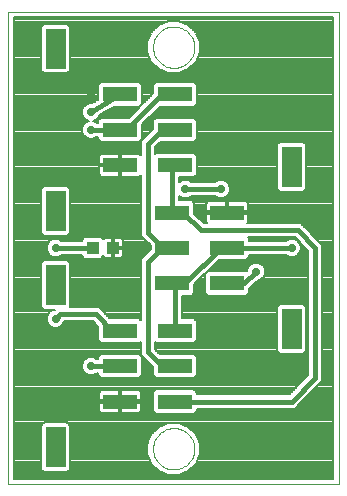
<source format=gtl>
G75*
G70*
%OFA0B0*%
%FSLAX24Y24*%
%IPPOS*%
%LPD*%
%AMOC8*
5,1,8,0,0,1.08239X$1,22.5*
%
%ADD10C,0.0000*%
%ADD11R,0.1150X0.0500*%
%ADD12R,0.0650X0.1350*%
%ADD13R,0.0433X0.0394*%
%ADD14C,0.0290*%
%ADD15C,0.0160*%
%ADD16C,0.0070*%
D10*
X022002Y000141D02*
X022002Y015889D01*
X033026Y015889D01*
X033026Y000141D01*
X022002Y000141D01*
X026825Y001322D02*
X026827Y001374D01*
X026833Y001426D01*
X026843Y001477D01*
X026856Y001527D01*
X026874Y001577D01*
X026895Y001624D01*
X026919Y001670D01*
X026948Y001714D01*
X026979Y001756D01*
X027013Y001795D01*
X027050Y001832D01*
X027090Y001865D01*
X027133Y001896D01*
X027177Y001923D01*
X027223Y001947D01*
X027272Y001967D01*
X027321Y001983D01*
X027372Y001996D01*
X027423Y002005D01*
X027475Y002010D01*
X027527Y002011D01*
X027579Y002008D01*
X027631Y002001D01*
X027682Y001990D01*
X027732Y001976D01*
X027781Y001957D01*
X027828Y001935D01*
X027873Y001910D01*
X027917Y001881D01*
X027958Y001849D01*
X027997Y001814D01*
X028032Y001776D01*
X028065Y001735D01*
X028095Y001693D01*
X028121Y001648D01*
X028144Y001601D01*
X028163Y001552D01*
X028179Y001502D01*
X028191Y001452D01*
X028199Y001400D01*
X028203Y001348D01*
X028203Y001296D01*
X028199Y001244D01*
X028191Y001192D01*
X028179Y001142D01*
X028163Y001092D01*
X028144Y001043D01*
X028121Y000996D01*
X028095Y000951D01*
X028065Y000909D01*
X028032Y000868D01*
X027997Y000830D01*
X027958Y000795D01*
X027917Y000763D01*
X027873Y000734D01*
X027828Y000709D01*
X027781Y000687D01*
X027732Y000668D01*
X027682Y000654D01*
X027631Y000643D01*
X027579Y000636D01*
X027527Y000633D01*
X027475Y000634D01*
X027423Y000639D01*
X027372Y000648D01*
X027321Y000661D01*
X027272Y000677D01*
X027223Y000697D01*
X027177Y000721D01*
X027133Y000748D01*
X027090Y000779D01*
X027050Y000812D01*
X027013Y000849D01*
X026979Y000888D01*
X026948Y000930D01*
X026919Y000974D01*
X026895Y001020D01*
X026874Y001067D01*
X026856Y001117D01*
X026843Y001167D01*
X026833Y001218D01*
X026827Y001270D01*
X026825Y001322D01*
X026825Y014708D02*
X026827Y014760D01*
X026833Y014812D01*
X026843Y014863D01*
X026856Y014913D01*
X026874Y014963D01*
X026895Y015010D01*
X026919Y015056D01*
X026948Y015100D01*
X026979Y015142D01*
X027013Y015181D01*
X027050Y015218D01*
X027090Y015251D01*
X027133Y015282D01*
X027177Y015309D01*
X027223Y015333D01*
X027272Y015353D01*
X027321Y015369D01*
X027372Y015382D01*
X027423Y015391D01*
X027475Y015396D01*
X027527Y015397D01*
X027579Y015394D01*
X027631Y015387D01*
X027682Y015376D01*
X027732Y015362D01*
X027781Y015343D01*
X027828Y015321D01*
X027873Y015296D01*
X027917Y015267D01*
X027958Y015235D01*
X027997Y015200D01*
X028032Y015162D01*
X028065Y015121D01*
X028095Y015079D01*
X028121Y015034D01*
X028144Y014987D01*
X028163Y014938D01*
X028179Y014888D01*
X028191Y014838D01*
X028199Y014786D01*
X028203Y014734D01*
X028203Y014682D01*
X028199Y014630D01*
X028191Y014578D01*
X028179Y014528D01*
X028163Y014478D01*
X028144Y014429D01*
X028121Y014382D01*
X028095Y014337D01*
X028065Y014295D01*
X028032Y014254D01*
X027997Y014216D01*
X027958Y014181D01*
X027917Y014149D01*
X027873Y014120D01*
X027828Y014095D01*
X027781Y014073D01*
X027732Y014054D01*
X027682Y014040D01*
X027631Y014029D01*
X027579Y014022D01*
X027527Y014019D01*
X027475Y014020D01*
X027423Y014025D01*
X027372Y014034D01*
X027321Y014047D01*
X027272Y014063D01*
X027223Y014083D01*
X027177Y014107D01*
X027133Y014134D01*
X027090Y014165D01*
X027050Y014198D01*
X027013Y014235D01*
X026979Y014274D01*
X026948Y014316D01*
X026919Y014360D01*
X026895Y014406D01*
X026874Y014453D01*
X026856Y014503D01*
X026843Y014553D01*
X026833Y014604D01*
X026827Y014656D01*
X026825Y014708D01*
D11*
X027553Y013133D03*
X025730Y013133D03*
X025730Y011952D03*
X027553Y011952D03*
X027553Y010771D03*
X025730Y010771D03*
X027474Y009196D03*
X029297Y009196D03*
X029297Y008015D03*
X027474Y008015D03*
X027474Y006834D03*
X029297Y006834D03*
X027553Y005259D03*
X025730Y005259D03*
X025730Y004078D03*
X027553Y004078D03*
X027553Y002897D03*
X025730Y002897D03*
D12*
X023577Y001368D03*
X031451Y005305D03*
X023577Y006788D03*
X023577Y009242D03*
X031451Y010725D03*
X023577Y014662D03*
D13*
X024817Y008015D03*
X025486Y008015D03*
D14*
X023577Y008015D03*
X027907Y009984D03*
X029089Y009984D03*
X031451Y008015D03*
X030270Y007228D03*
X028695Y006047D03*
X024758Y005259D03*
X023577Y005653D03*
X024758Y004078D03*
X024758Y011952D03*
X024758Y012543D03*
X024758Y013133D03*
D15*
X024758Y012543D02*
X025730Y013133D01*
X025939Y011952D02*
X027120Y013133D01*
X027553Y013133D01*
X027553Y011952D02*
X027120Y011952D01*
X026648Y011480D01*
X026648Y008527D01*
X027159Y008015D01*
X027474Y008015D01*
X027120Y008015D01*
X026648Y007543D01*
X026648Y004551D01*
X027120Y004078D01*
X027553Y004078D01*
X025730Y004078D02*
X024758Y004078D01*
X025466Y005259D02*
X024915Y005810D01*
X023734Y005810D01*
X023577Y005653D01*
X025466Y005259D02*
X025730Y005259D01*
X027553Y005259D02*
X027553Y006755D01*
X027474Y006834D01*
X027907Y006834D01*
X029089Y008015D01*
X029297Y008015D01*
X031451Y008015D01*
X031648Y008606D02*
X032238Y008015D01*
X032238Y003684D01*
X031451Y002897D01*
X027553Y002897D01*
X028695Y006047D02*
X029089Y006047D01*
X029297Y006834D02*
X029876Y006834D01*
X030270Y007228D01*
X031648Y008606D02*
X028419Y008606D01*
X027829Y009196D01*
X027474Y009196D01*
X027474Y010692D01*
X027553Y010771D01*
X027907Y009984D02*
X029089Y009984D01*
X025939Y011952D02*
X025730Y011952D01*
X024758Y011952D01*
X024817Y008015D02*
X023577Y008015D01*
D16*
X023277Y008024D02*
X022187Y008024D01*
X022187Y008092D02*
X023284Y008092D01*
X023277Y008075D02*
X023277Y007955D01*
X022187Y007955D01*
X022187Y007886D02*
X023305Y007886D01*
X023322Y007845D02*
X023277Y007955D01*
X023322Y007845D02*
X023407Y007761D01*
X023517Y007715D01*
X023636Y007715D01*
X023747Y007761D01*
X023766Y007780D01*
X024445Y007780D01*
X024445Y007754D01*
X024536Y007663D01*
X025098Y007663D01*
X025166Y007731D01*
X025187Y007710D01*
X025217Y007692D01*
X025252Y007683D01*
X025451Y007683D01*
X025451Y007980D01*
X025521Y007980D01*
X025521Y007683D01*
X025720Y007683D01*
X025755Y007692D01*
X025786Y007710D01*
X025811Y007735D01*
X025828Y007766D01*
X025838Y007800D01*
X025838Y007980D01*
X025521Y007980D01*
X025521Y008050D01*
X025451Y008050D01*
X025451Y008347D01*
X025252Y008347D01*
X025217Y008338D01*
X025187Y008320D01*
X025166Y008299D01*
X025098Y008367D01*
X024536Y008367D01*
X024445Y008276D01*
X024445Y008250D01*
X023766Y008250D01*
X023747Y008269D01*
X023636Y008315D01*
X023517Y008315D01*
X023407Y008269D01*
X023322Y008185D01*
X023277Y008075D01*
X023312Y008161D02*
X022187Y008161D01*
X022187Y008229D02*
X023367Y008229D01*
X023475Y008298D02*
X022187Y008298D01*
X022187Y008366D02*
X024535Y008366D01*
X024467Y008298D02*
X023678Y008298D01*
X023966Y008412D02*
X023187Y008412D01*
X023097Y008503D01*
X023097Y009981D01*
X023187Y010072D01*
X023966Y010072D01*
X024057Y009981D01*
X024057Y008503D01*
X023966Y008412D01*
X023989Y008435D02*
X026413Y008435D01*
X026413Y008430D02*
X026550Y008292D01*
X026744Y008098D01*
X026744Y007972D01*
X026550Y007778D01*
X026413Y007640D01*
X026413Y005621D01*
X026369Y005664D01*
X025394Y005664D01*
X025150Y005908D01*
X025013Y006045D01*
X024053Y006045D01*
X024057Y006049D01*
X024057Y007527D01*
X023966Y007618D01*
X023187Y007618D01*
X023097Y007527D01*
X023097Y006049D01*
X023187Y005958D01*
X023550Y005958D01*
X023544Y005953D01*
X023517Y005953D01*
X023407Y005907D01*
X023322Y005823D01*
X023277Y005713D01*
X023277Y005593D01*
X023322Y005483D01*
X023407Y005399D01*
X023517Y005353D01*
X023636Y005353D01*
X023747Y005399D01*
X023831Y005483D01*
X023869Y005575D01*
X024818Y005575D01*
X025000Y005393D01*
X025000Y004945D01*
X025091Y004854D01*
X026369Y004854D01*
X026413Y004897D01*
X026413Y004648D01*
X026413Y004453D01*
X026823Y004043D01*
X026823Y003764D01*
X026914Y003673D01*
X028192Y003673D01*
X028283Y003764D01*
X028283Y004392D01*
X028192Y004483D01*
X027047Y004483D01*
X026883Y004648D01*
X026883Y004886D01*
X026914Y004854D01*
X028192Y004854D01*
X028283Y004945D01*
X028283Y005573D01*
X028192Y005664D01*
X027788Y005664D01*
X027788Y006429D01*
X028114Y006429D01*
X028204Y006520D01*
X028204Y006799D01*
X029016Y007610D01*
X029936Y007610D01*
X030027Y007701D01*
X030027Y007780D01*
X031261Y007780D01*
X031281Y007761D01*
X031391Y007715D01*
X031510Y007715D01*
X031621Y007761D01*
X031705Y007845D01*
X031751Y007955D01*
X031966Y007955D01*
X032003Y007918D02*
X032003Y003782D01*
X031353Y003132D01*
X028283Y003132D01*
X028283Y003211D01*
X028192Y003302D01*
X026914Y003302D01*
X026823Y003211D01*
X026823Y002583D01*
X026914Y002492D01*
X028192Y002492D01*
X028283Y002583D01*
X028283Y002662D01*
X031548Y002662D01*
X031686Y002800D01*
X032473Y003587D01*
X032473Y003782D01*
X032473Y008112D01*
X032335Y008250D01*
X031745Y008841D01*
X031550Y008841D01*
X029957Y008841D01*
X029980Y008863D01*
X029998Y008894D01*
X030007Y008928D01*
X030007Y009161D01*
X029332Y009161D01*
X029332Y009231D01*
X030007Y009231D01*
X030007Y009464D01*
X029998Y009498D01*
X029980Y009529D01*
X029955Y009554D01*
X029924Y009572D01*
X029890Y009581D01*
X029332Y009581D01*
X029332Y009231D01*
X029262Y009231D01*
X029262Y009161D01*
X028587Y009161D01*
X028587Y008928D01*
X028596Y008894D01*
X028614Y008863D01*
X028637Y008841D01*
X028517Y008841D01*
X028204Y009153D01*
X028204Y009510D01*
X028114Y009601D01*
X027709Y009601D01*
X027709Y009757D01*
X027737Y009729D01*
X027848Y009684D01*
X027967Y009684D01*
X028077Y009729D01*
X028097Y009749D01*
X028899Y009749D01*
X028919Y009729D01*
X029029Y009684D01*
X029148Y009684D01*
X029258Y009729D01*
X029343Y009814D01*
X029388Y009924D01*
X029388Y010043D01*
X029343Y010154D01*
X029258Y010238D01*
X029148Y010284D01*
X029029Y010284D01*
X028919Y010238D01*
X028899Y010219D01*
X028097Y010219D01*
X028077Y010238D01*
X027967Y010284D01*
X027848Y010284D01*
X027737Y010238D01*
X027709Y010210D01*
X027709Y010366D01*
X028192Y010366D01*
X028283Y010457D01*
X028283Y011085D01*
X028192Y011176D01*
X026914Y011176D01*
X026883Y011145D01*
X026883Y011382D01*
X030971Y011382D01*
X030971Y011314D02*
X026883Y011314D01*
X026883Y011382D02*
X027047Y011547D01*
X028192Y011547D01*
X028283Y011638D01*
X028283Y012266D01*
X028192Y012357D01*
X026914Y012357D01*
X026823Y012266D01*
X026823Y011987D01*
X026413Y011577D01*
X026413Y011382D01*
X022187Y011382D01*
X022187Y011314D02*
X026413Y011314D01*
X026413Y011382D02*
X026413Y011105D01*
X026388Y011129D01*
X026357Y011147D01*
X026323Y011156D01*
X025765Y011156D01*
X025765Y010806D01*
X025695Y010806D01*
X025695Y010736D01*
X025020Y010736D01*
X025020Y010503D01*
X025029Y010469D01*
X025047Y010438D01*
X025072Y010413D01*
X025103Y010395D01*
X025137Y010386D01*
X025695Y010386D01*
X025695Y010736D01*
X025765Y010736D01*
X025765Y010386D01*
X026323Y010386D01*
X026357Y010395D01*
X026388Y010413D01*
X026413Y010437D01*
X026413Y008430D01*
X026413Y008503D02*
X024057Y008503D01*
X024057Y008572D02*
X026413Y008572D01*
X026413Y008640D02*
X024057Y008640D01*
X024057Y008709D02*
X026413Y008709D01*
X026413Y008778D02*
X024057Y008778D01*
X024057Y008846D02*
X026413Y008846D01*
X026413Y008915D02*
X024057Y008915D01*
X024057Y008983D02*
X026413Y008983D01*
X026413Y009052D02*
X024057Y009052D01*
X024057Y009120D02*
X026413Y009120D01*
X026413Y009189D02*
X024057Y009189D01*
X024057Y009257D02*
X026413Y009257D01*
X026413Y009326D02*
X024057Y009326D01*
X024057Y009394D02*
X026413Y009394D01*
X026413Y009463D02*
X024057Y009463D01*
X024057Y009532D02*
X026413Y009532D01*
X026413Y009600D02*
X024057Y009600D01*
X024057Y009669D02*
X026413Y009669D01*
X026413Y009737D02*
X024057Y009737D01*
X024057Y009806D02*
X026413Y009806D01*
X026413Y009874D02*
X024057Y009874D01*
X024057Y009943D02*
X026413Y009943D01*
X026413Y010011D02*
X024027Y010011D01*
X023127Y010011D02*
X022187Y010011D01*
X022187Y009943D02*
X023097Y009943D01*
X023097Y009874D02*
X022187Y009874D01*
X022187Y009806D02*
X023097Y009806D01*
X023097Y009737D02*
X022187Y009737D01*
X022187Y009669D02*
X023097Y009669D01*
X023097Y009600D02*
X022187Y009600D01*
X022187Y009532D02*
X023097Y009532D01*
X023097Y009463D02*
X022187Y009463D01*
X022187Y009394D02*
X023097Y009394D01*
X023097Y009326D02*
X022187Y009326D01*
X022187Y009257D02*
X023097Y009257D01*
X023097Y009189D02*
X022187Y009189D01*
X022187Y009120D02*
X023097Y009120D01*
X023097Y009052D02*
X022187Y009052D01*
X022187Y008983D02*
X023097Y008983D01*
X023097Y008915D02*
X022187Y008915D01*
X022187Y008846D02*
X023097Y008846D01*
X023097Y008778D02*
X022187Y008778D01*
X022187Y008709D02*
X023097Y008709D01*
X023097Y008640D02*
X022187Y008640D01*
X022187Y008572D02*
X023097Y008572D01*
X023097Y008503D02*
X022187Y008503D01*
X022187Y008435D02*
X023165Y008435D01*
X023350Y007818D02*
X022187Y007818D01*
X022187Y007749D02*
X023434Y007749D01*
X023719Y007749D02*
X024450Y007749D01*
X024519Y007681D02*
X022187Y007681D01*
X022187Y007612D02*
X023182Y007612D01*
X023113Y007544D02*
X022187Y007544D01*
X022187Y007475D02*
X023097Y007475D01*
X023097Y007407D02*
X022187Y007407D01*
X022187Y007338D02*
X023097Y007338D01*
X023097Y007270D02*
X022187Y007270D01*
X022187Y007201D02*
X023097Y007201D01*
X023097Y007133D02*
X022187Y007133D01*
X022187Y007064D02*
X023097Y007064D01*
X023097Y006995D02*
X022187Y006995D01*
X022187Y006927D02*
X023097Y006927D01*
X023097Y006858D02*
X022187Y006858D01*
X022187Y006790D02*
X023097Y006790D01*
X023097Y006721D02*
X022187Y006721D01*
X022187Y006653D02*
X023097Y006653D01*
X023097Y006584D02*
X022187Y006584D01*
X022187Y006516D02*
X023097Y006516D01*
X023097Y006447D02*
X022187Y006447D01*
X022187Y006379D02*
X023097Y006379D01*
X023097Y006310D02*
X022187Y006310D01*
X022187Y006241D02*
X023097Y006241D01*
X023097Y006173D02*
X022187Y006173D01*
X022187Y006104D02*
X023097Y006104D01*
X023110Y006036D02*
X022187Y006036D01*
X022187Y005967D02*
X023178Y005967D01*
X023330Y005830D02*
X022187Y005830D01*
X022187Y005762D02*
X023297Y005762D01*
X023277Y005693D02*
X022187Y005693D01*
X022187Y005625D02*
X023277Y005625D01*
X023292Y005556D02*
X022187Y005556D01*
X022187Y005487D02*
X023320Y005487D01*
X023386Y005419D02*
X022187Y005419D01*
X022187Y005350D02*
X025000Y005350D01*
X025000Y005282D02*
X022187Y005282D01*
X022187Y005213D02*
X025000Y005213D01*
X025000Y005145D02*
X022187Y005145D01*
X022187Y005076D02*
X025000Y005076D01*
X025000Y005008D02*
X022187Y005008D01*
X022187Y004939D02*
X025006Y004939D01*
X025075Y004871D02*
X022187Y004871D01*
X022187Y004802D02*
X026413Y004802D01*
X026413Y004734D02*
X022187Y004734D01*
X022187Y004665D02*
X026413Y004665D01*
X026413Y004596D02*
X022187Y004596D01*
X022187Y004528D02*
X026413Y004528D01*
X026369Y004483D02*
X025091Y004483D01*
X025000Y004392D01*
X025000Y004313D01*
X024947Y004313D01*
X024928Y004332D01*
X024817Y004378D01*
X024698Y004378D01*
X024588Y004332D01*
X024503Y004248D01*
X024458Y004138D01*
X024458Y004018D01*
X024503Y003908D01*
X024588Y003824D01*
X024698Y003778D01*
X024817Y003778D01*
X024928Y003824D01*
X024947Y003843D01*
X025000Y003843D01*
X025000Y003764D01*
X025091Y003673D01*
X026369Y003673D01*
X026460Y003764D01*
X026460Y004392D01*
X026369Y004483D01*
X026393Y004459D02*
X026413Y004459D01*
X026460Y004391D02*
X026475Y004391D01*
X026460Y004322D02*
X026544Y004322D01*
X026612Y004254D02*
X026460Y004254D01*
X026460Y004185D02*
X026681Y004185D01*
X026749Y004117D02*
X026460Y004117D01*
X026460Y004048D02*
X026818Y004048D01*
X026823Y003980D02*
X026460Y003980D01*
X026460Y003911D02*
X026823Y003911D01*
X026823Y003842D02*
X026460Y003842D01*
X026460Y003774D02*
X026823Y003774D01*
X026882Y003705D02*
X026402Y003705D01*
X026323Y003282D02*
X025765Y003282D01*
X025765Y002932D01*
X025695Y002932D01*
X025695Y002862D01*
X025020Y002862D01*
X025020Y002629D01*
X025029Y002595D01*
X025047Y002564D01*
X025072Y002539D01*
X025103Y002521D01*
X025137Y002512D01*
X025695Y002512D01*
X025695Y002862D01*
X025765Y002862D01*
X025765Y002512D01*
X026323Y002512D01*
X026357Y002521D01*
X026388Y002539D01*
X026413Y002564D01*
X026431Y002595D01*
X026440Y002629D01*
X026440Y002862D01*
X025765Y002862D01*
X025765Y002932D01*
X026440Y002932D01*
X026440Y003165D01*
X026431Y003199D01*
X026413Y003230D01*
X026388Y003255D01*
X026357Y003273D01*
X026323Y003282D01*
X026416Y003226D02*
X026837Y003226D01*
X026823Y003157D02*
X026440Y003157D01*
X026440Y003088D02*
X026823Y003088D01*
X026823Y003020D02*
X026440Y003020D01*
X026440Y002951D02*
X026823Y002951D01*
X026823Y002883D02*
X025765Y002883D01*
X025765Y002951D02*
X025695Y002951D01*
X025695Y002932D02*
X025695Y003282D01*
X025137Y003282D01*
X025103Y003273D01*
X025072Y003255D01*
X025047Y003230D01*
X025029Y003199D01*
X025020Y003165D01*
X025020Y002932D01*
X025695Y002932D01*
X025695Y002883D02*
X022187Y002883D01*
X022187Y002951D02*
X025020Y002951D01*
X025020Y003020D02*
X022187Y003020D01*
X022187Y003088D02*
X025020Y003088D01*
X025020Y003157D02*
X022187Y003157D01*
X022187Y003226D02*
X025045Y003226D01*
X025695Y003226D02*
X025765Y003226D01*
X025765Y003157D02*
X025695Y003157D01*
X025695Y003088D02*
X025765Y003088D01*
X025765Y003020D02*
X025695Y003020D01*
X025695Y002814D02*
X025765Y002814D01*
X025765Y002746D02*
X025695Y002746D01*
X025695Y002677D02*
X025765Y002677D01*
X025765Y002609D02*
X025695Y002609D01*
X025695Y002540D02*
X025765Y002540D01*
X026389Y002540D02*
X026866Y002540D01*
X026823Y002609D02*
X026435Y002609D01*
X026440Y002677D02*
X026823Y002677D01*
X026823Y002746D02*
X026440Y002746D01*
X026440Y002814D02*
X026823Y002814D01*
X026906Y003294D02*
X022187Y003294D01*
X022187Y003363D02*
X031584Y003363D01*
X031653Y003431D02*
X022187Y003431D01*
X022187Y003500D02*
X031721Y003500D01*
X031790Y003568D02*
X022187Y003568D01*
X022187Y003637D02*
X031858Y003637D01*
X031927Y003705D02*
X028224Y003705D01*
X028283Y003774D02*
X031995Y003774D01*
X032003Y003842D02*
X028283Y003842D01*
X028283Y003911D02*
X032003Y003911D01*
X032003Y003980D02*
X028283Y003980D01*
X028283Y004048D02*
X032003Y004048D01*
X032003Y004117D02*
X028283Y004117D01*
X028283Y004185D02*
X032003Y004185D01*
X032003Y004254D02*
X028283Y004254D01*
X028283Y004322D02*
X032003Y004322D01*
X032003Y004391D02*
X028283Y004391D01*
X028216Y004459D02*
X032003Y004459D01*
X032003Y004528D02*
X031893Y004528D01*
X031931Y004566D02*
X031931Y006044D01*
X031840Y006135D01*
X031061Y006135D01*
X030971Y006044D01*
X030971Y004566D01*
X031061Y004475D01*
X031840Y004475D01*
X031931Y004566D01*
X031931Y004596D02*
X032003Y004596D01*
X032003Y004665D02*
X031931Y004665D01*
X031931Y004734D02*
X032003Y004734D01*
X032003Y004802D02*
X031931Y004802D01*
X031931Y004871D02*
X032003Y004871D01*
X032003Y004939D02*
X031931Y004939D01*
X031931Y005008D02*
X032003Y005008D01*
X032003Y005076D02*
X031931Y005076D01*
X031931Y005145D02*
X032003Y005145D01*
X032003Y005213D02*
X031931Y005213D01*
X031931Y005282D02*
X032003Y005282D01*
X032003Y005350D02*
X031931Y005350D01*
X031931Y005419D02*
X032003Y005419D01*
X032003Y005487D02*
X031931Y005487D01*
X031931Y005556D02*
X032003Y005556D01*
X032003Y005625D02*
X031931Y005625D01*
X031931Y005693D02*
X032003Y005693D01*
X032003Y005762D02*
X031931Y005762D01*
X031931Y005830D02*
X032003Y005830D01*
X032003Y005899D02*
X031931Y005899D01*
X031931Y005967D02*
X032003Y005967D01*
X032003Y006036D02*
X031931Y006036D01*
X031871Y006104D02*
X032003Y006104D01*
X032003Y006173D02*
X027788Y006173D01*
X027788Y006241D02*
X032003Y006241D01*
X032003Y006310D02*
X027788Y006310D01*
X027788Y006379D02*
X032003Y006379D01*
X032003Y006447D02*
X029954Y006447D01*
X029936Y006429D02*
X030027Y006520D01*
X030027Y006653D01*
X030302Y006928D01*
X030329Y006928D01*
X030440Y006973D01*
X030524Y007058D01*
X030570Y007168D01*
X030570Y007287D01*
X030524Y007398D01*
X030440Y007482D01*
X030329Y007528D01*
X030210Y007528D01*
X030100Y007482D01*
X030015Y007398D01*
X029970Y007287D01*
X029970Y007260D01*
X029942Y007233D01*
X029936Y007239D01*
X028658Y007239D01*
X028567Y007148D01*
X028567Y006520D01*
X028658Y006429D01*
X029936Y006429D01*
X030023Y006516D02*
X032003Y006516D01*
X032003Y006584D02*
X030027Y006584D01*
X030027Y006653D02*
X032003Y006653D01*
X032003Y006721D02*
X030095Y006721D01*
X030164Y006790D02*
X032003Y006790D01*
X032003Y006858D02*
X030233Y006858D01*
X030301Y006927D02*
X032003Y006927D01*
X032003Y006995D02*
X030462Y006995D01*
X030526Y007064D02*
X032003Y007064D01*
X032003Y007133D02*
X030555Y007133D01*
X030570Y007201D02*
X032003Y007201D01*
X032003Y007270D02*
X030570Y007270D01*
X030549Y007338D02*
X032003Y007338D01*
X032003Y007407D02*
X030515Y007407D01*
X030446Y007475D02*
X032003Y007475D01*
X032003Y007544D02*
X028949Y007544D01*
X028881Y007475D02*
X030093Y007475D01*
X030024Y007407D02*
X028812Y007407D01*
X028744Y007338D02*
X029991Y007338D01*
X029970Y007270D02*
X028675Y007270D01*
X028620Y007201D02*
X028607Y007201D01*
X028567Y007133D02*
X028538Y007133D01*
X028567Y007064D02*
X028470Y007064D01*
X028401Y006995D02*
X028567Y006995D01*
X028567Y006927D02*
X028333Y006927D01*
X028264Y006858D02*
X028567Y006858D01*
X028567Y006790D02*
X028204Y006790D01*
X028204Y006721D02*
X028567Y006721D01*
X028567Y006653D02*
X028204Y006653D01*
X028204Y006584D02*
X028567Y006584D01*
X028571Y006516D02*
X028200Y006516D01*
X028132Y006447D02*
X028640Y006447D01*
X027788Y006104D02*
X031031Y006104D01*
X030971Y006036D02*
X027788Y006036D01*
X027788Y005967D02*
X030971Y005967D01*
X030971Y005899D02*
X027788Y005899D01*
X027788Y005830D02*
X030971Y005830D01*
X030971Y005762D02*
X027788Y005762D01*
X027788Y005693D02*
X030971Y005693D01*
X030971Y005625D02*
X028232Y005625D01*
X028283Y005556D02*
X030971Y005556D01*
X030971Y005487D02*
X028283Y005487D01*
X028283Y005419D02*
X030971Y005419D01*
X030971Y005350D02*
X028283Y005350D01*
X028283Y005282D02*
X030971Y005282D01*
X030971Y005213D02*
X028283Y005213D01*
X028283Y005145D02*
X030971Y005145D01*
X030971Y005076D02*
X028283Y005076D01*
X028283Y005008D02*
X030971Y005008D01*
X030971Y004939D02*
X028277Y004939D01*
X028209Y004871D02*
X030971Y004871D01*
X030971Y004802D02*
X026883Y004802D01*
X026883Y004734D02*
X030971Y004734D01*
X030971Y004665D02*
X026883Y004665D01*
X026934Y004596D02*
X030971Y004596D01*
X031009Y004528D02*
X027003Y004528D01*
X026897Y004871D02*
X026883Y004871D01*
X026413Y004871D02*
X026386Y004871D01*
X026409Y005625D02*
X026413Y005625D01*
X026413Y005693D02*
X025365Y005693D01*
X025296Y005762D02*
X026413Y005762D01*
X026413Y005830D02*
X025228Y005830D01*
X025159Y005899D02*
X026413Y005899D01*
X026413Y005967D02*
X025091Y005967D01*
X025022Y006036D02*
X026413Y006036D01*
X026413Y006104D02*
X024057Y006104D01*
X024057Y006173D02*
X026413Y006173D01*
X026413Y006241D02*
X024057Y006241D01*
X024057Y006310D02*
X026413Y006310D01*
X026413Y006379D02*
X024057Y006379D01*
X024057Y006447D02*
X026413Y006447D01*
X026413Y006516D02*
X024057Y006516D01*
X024057Y006584D02*
X026413Y006584D01*
X026413Y006653D02*
X024057Y006653D01*
X024057Y006721D02*
X026413Y006721D01*
X026413Y006790D02*
X024057Y006790D01*
X024057Y006858D02*
X026413Y006858D01*
X026413Y006927D02*
X024057Y006927D01*
X024057Y006995D02*
X026413Y006995D01*
X026413Y007064D02*
X024057Y007064D01*
X024057Y007133D02*
X026413Y007133D01*
X026413Y007201D02*
X024057Y007201D01*
X024057Y007270D02*
X026413Y007270D01*
X026413Y007338D02*
X024057Y007338D01*
X024057Y007407D02*
X026413Y007407D01*
X026413Y007475D02*
X024057Y007475D01*
X024040Y007544D02*
X026413Y007544D01*
X026413Y007612D02*
X023972Y007612D01*
X025115Y007681D02*
X026453Y007681D01*
X026522Y007749D02*
X025819Y007749D01*
X025838Y007818D02*
X026591Y007818D01*
X026659Y007886D02*
X025838Y007886D01*
X025838Y007955D02*
X026728Y007955D01*
X026744Y008024D02*
X025521Y008024D01*
X025521Y008050D02*
X025838Y008050D01*
X025838Y008230D01*
X025828Y008264D01*
X025811Y008295D01*
X025786Y008320D01*
X025755Y008338D01*
X025720Y008347D01*
X025521Y008347D01*
X025521Y008050D01*
X025521Y008092D02*
X025451Y008092D01*
X025451Y008161D02*
X025521Y008161D01*
X025521Y008229D02*
X025451Y008229D01*
X025451Y008298D02*
X025521Y008298D01*
X025808Y008298D02*
X026544Y008298D01*
X026476Y008366D02*
X025098Y008366D01*
X025838Y008229D02*
X026613Y008229D01*
X026681Y008161D02*
X025838Y008161D01*
X025838Y008092D02*
X026744Y008092D01*
X025521Y007955D02*
X025451Y007955D01*
X025451Y007886D02*
X025521Y007886D01*
X025521Y007818D02*
X025451Y007818D01*
X025451Y007749D02*
X025521Y007749D01*
X028237Y009120D02*
X028587Y009120D01*
X028587Y009052D02*
X028305Y009052D01*
X028374Y008983D02*
X028587Y008983D01*
X028591Y008915D02*
X028443Y008915D01*
X028511Y008846D02*
X028631Y008846D01*
X028587Y009231D02*
X029262Y009231D01*
X029262Y009581D01*
X028704Y009581D01*
X028670Y009572D01*
X028639Y009554D01*
X028614Y009529D01*
X028596Y009498D01*
X028587Y009464D01*
X028587Y009231D01*
X028587Y009257D02*
X028204Y009257D01*
X028204Y009189D02*
X029262Y009189D01*
X029262Y009257D02*
X029332Y009257D01*
X029332Y009189D02*
X032841Y009189D01*
X032841Y009257D02*
X030007Y009257D01*
X030007Y009326D02*
X032841Y009326D01*
X032841Y009394D02*
X030007Y009394D01*
X030007Y009463D02*
X032841Y009463D01*
X032841Y009532D02*
X029978Y009532D01*
X029332Y009532D02*
X029262Y009532D01*
X029262Y009463D02*
X029332Y009463D01*
X029332Y009394D02*
X029262Y009394D01*
X029262Y009326D02*
X029332Y009326D01*
X029266Y009737D02*
X032841Y009737D01*
X032841Y009669D02*
X027709Y009669D01*
X027709Y009737D02*
X027730Y009737D01*
X028085Y009737D02*
X028911Y009737D01*
X028617Y009532D02*
X028183Y009532D01*
X028204Y009463D02*
X028587Y009463D01*
X028587Y009394D02*
X028204Y009394D01*
X028204Y009326D02*
X028587Y009326D01*
X028115Y009600D02*
X032841Y009600D01*
X032841Y009806D02*
X029335Y009806D01*
X029368Y009874D02*
X032841Y009874D01*
X032841Y009943D02*
X031888Y009943D01*
X031931Y009986D02*
X031840Y009895D01*
X031061Y009895D01*
X030971Y009986D01*
X030971Y011464D01*
X031061Y011555D01*
X031840Y011555D01*
X031931Y011464D01*
X031931Y009986D01*
X031931Y010011D02*
X032841Y010011D01*
X032841Y010080D02*
X031931Y010080D01*
X031931Y010148D02*
X032841Y010148D01*
X032841Y010217D02*
X031931Y010217D01*
X031931Y010286D02*
X032841Y010286D01*
X032841Y010354D02*
X031931Y010354D01*
X031931Y010423D02*
X032841Y010423D01*
X032841Y010491D02*
X031931Y010491D01*
X031931Y010560D02*
X032841Y010560D01*
X032841Y010628D02*
X031931Y010628D01*
X031931Y010697D02*
X032841Y010697D01*
X032841Y010765D02*
X031931Y010765D01*
X031931Y010834D02*
X032841Y010834D01*
X032841Y010902D02*
X031931Y010902D01*
X031931Y010971D02*
X032841Y010971D01*
X032841Y011039D02*
X031931Y011039D01*
X031931Y011108D02*
X032841Y011108D01*
X032841Y011177D02*
X031931Y011177D01*
X031931Y011245D02*
X032841Y011245D01*
X032841Y011314D02*
X031931Y011314D01*
X031931Y011382D02*
X032841Y011382D01*
X032841Y011451D02*
X031931Y011451D01*
X031876Y011519D02*
X032841Y011519D01*
X032841Y011588D02*
X028233Y011588D01*
X028283Y011656D02*
X032841Y011656D01*
X032841Y011725D02*
X028283Y011725D01*
X028283Y011793D02*
X032841Y011793D01*
X032841Y011862D02*
X028283Y011862D01*
X028283Y011931D02*
X032841Y011931D01*
X032841Y011999D02*
X028283Y011999D01*
X028283Y012068D02*
X032841Y012068D01*
X032841Y012136D02*
X028283Y012136D01*
X028283Y012205D02*
X032841Y012205D01*
X032841Y012273D02*
X028276Y012273D01*
X028208Y012342D02*
X032841Y012342D01*
X032841Y012410D02*
X026729Y012410D01*
X026661Y012342D02*
X026899Y012342D01*
X026830Y012273D02*
X026592Y012273D01*
X026524Y012205D02*
X026823Y012205D01*
X026823Y012136D02*
X026460Y012136D01*
X026460Y012141D02*
X027047Y012728D01*
X028192Y012728D01*
X028283Y012819D01*
X028283Y013447D01*
X028192Y013538D01*
X026914Y013538D01*
X026823Y013447D01*
X026823Y013169D01*
X026012Y012357D01*
X025091Y012357D01*
X025000Y012266D01*
X025000Y012187D01*
X024947Y012187D01*
X024928Y012206D01*
X024829Y012247D01*
X024928Y012288D01*
X025012Y012373D01*
X025039Y012439D01*
X025516Y012728D01*
X026369Y012728D01*
X026460Y012819D01*
X026460Y013447D01*
X026369Y013538D01*
X025091Y013538D01*
X025000Y013447D01*
X025000Y012965D01*
X024799Y012843D01*
X024698Y012843D01*
X024588Y012797D01*
X024503Y012713D01*
X024458Y012602D01*
X024458Y012483D01*
X024503Y012373D01*
X024588Y012288D01*
X024687Y012247D01*
X024588Y012206D01*
X024503Y012122D01*
X024458Y012012D01*
X024458Y011892D01*
X024503Y011782D01*
X024588Y011698D01*
X024698Y011652D01*
X024817Y011652D01*
X024928Y011698D01*
X024947Y011717D01*
X025000Y011717D01*
X025000Y011638D01*
X025091Y011547D01*
X026369Y011547D01*
X026460Y011638D01*
X026460Y012141D01*
X026460Y012068D02*
X026823Y012068D01*
X026823Y011999D02*
X026460Y011999D01*
X026460Y011931D02*
X026766Y011931D01*
X026698Y011862D02*
X026460Y011862D01*
X026460Y011793D02*
X026629Y011793D01*
X026561Y011725D02*
X026460Y011725D01*
X026460Y011656D02*
X026492Y011656D01*
X026423Y011588D02*
X026410Y011588D01*
X026413Y011519D02*
X022187Y011519D01*
X022187Y011451D02*
X026413Y011451D01*
X026951Y011451D02*
X030971Y011451D01*
X031026Y011519D02*
X027019Y011519D01*
X026883Y011245D02*
X030971Y011245D01*
X030971Y011177D02*
X026883Y011177D01*
X026413Y011177D02*
X022187Y011177D01*
X022187Y011245D02*
X026413Y011245D01*
X026409Y011108D02*
X026413Y011108D01*
X025765Y011108D02*
X025695Y011108D01*
X025695Y011156D02*
X025137Y011156D01*
X025103Y011147D01*
X025072Y011129D01*
X025047Y011104D01*
X025029Y011073D01*
X025020Y011039D01*
X025020Y010806D01*
X025695Y010806D01*
X025695Y011156D01*
X025695Y011039D02*
X025765Y011039D01*
X025765Y010971D02*
X025695Y010971D01*
X025695Y010902D02*
X025765Y010902D01*
X025765Y010834D02*
X025695Y010834D01*
X025695Y010765D02*
X022187Y010765D01*
X022187Y010697D02*
X025020Y010697D01*
X025020Y010628D02*
X022187Y010628D01*
X022187Y010560D02*
X025020Y010560D01*
X025023Y010491D02*
X022187Y010491D01*
X022187Y010423D02*
X025063Y010423D01*
X025695Y010423D02*
X025765Y010423D01*
X025765Y010491D02*
X025695Y010491D01*
X025695Y010560D02*
X025765Y010560D01*
X025765Y010628D02*
X025695Y010628D01*
X025695Y010697D02*
X025765Y010697D01*
X026398Y010423D02*
X026413Y010423D01*
X026413Y010354D02*
X022187Y010354D01*
X022187Y010286D02*
X026413Y010286D01*
X026413Y010217D02*
X022187Y010217D01*
X022187Y010148D02*
X026413Y010148D01*
X026413Y010080D02*
X022187Y010080D01*
X022187Y010834D02*
X025020Y010834D01*
X025020Y010902D02*
X022187Y010902D01*
X022187Y010971D02*
X025020Y010971D01*
X025020Y011039D02*
X022187Y011039D01*
X022187Y011108D02*
X025051Y011108D01*
X025050Y011588D02*
X022187Y011588D01*
X022187Y011656D02*
X024688Y011656D01*
X024828Y011656D02*
X025000Y011656D01*
X024561Y011725D02*
X022187Y011725D01*
X022187Y011793D02*
X024499Y011793D01*
X024470Y011862D02*
X022187Y011862D01*
X022187Y011931D02*
X024458Y011931D01*
X024458Y011999D02*
X022187Y011999D01*
X022187Y012068D02*
X024481Y012068D01*
X024518Y012136D02*
X022187Y012136D01*
X022187Y012205D02*
X024586Y012205D01*
X024624Y012273D02*
X022187Y012273D01*
X022187Y012342D02*
X024534Y012342D01*
X024488Y012410D02*
X022187Y012410D01*
X022187Y012479D02*
X024459Y012479D01*
X024458Y012547D02*
X022187Y012547D01*
X022187Y012616D02*
X024463Y012616D01*
X024492Y012685D02*
X022187Y012685D01*
X022187Y012753D02*
X024544Y012753D01*
X024647Y012822D02*
X022187Y012822D01*
X022187Y012890D02*
X024877Y012890D01*
X024990Y012959D02*
X022187Y012959D01*
X022187Y013027D02*
X025000Y013027D01*
X025000Y013096D02*
X022187Y013096D01*
X022187Y013164D02*
X025000Y013164D01*
X025000Y013233D02*
X022187Y013233D01*
X022187Y013301D02*
X025000Y013301D01*
X025000Y013370D02*
X022187Y013370D01*
X022187Y013439D02*
X025000Y013439D01*
X025060Y013507D02*
X022187Y013507D01*
X022187Y013576D02*
X032841Y013576D01*
X032841Y013644D02*
X022187Y013644D01*
X022187Y013713D02*
X032841Y013713D01*
X032841Y013781D02*
X022187Y013781D01*
X022187Y013850D02*
X023170Y013850D01*
X023187Y013832D02*
X023097Y013923D01*
X023097Y015401D01*
X023187Y015492D01*
X023966Y015492D01*
X024057Y015401D01*
X024057Y013923D01*
X023966Y013832D01*
X023187Y013832D01*
X023101Y013918D02*
X022187Y013918D01*
X022187Y013987D02*
X023097Y013987D01*
X023097Y014055D02*
X022187Y014055D01*
X022187Y014124D02*
X023097Y014124D01*
X023097Y014192D02*
X022187Y014192D01*
X022187Y014261D02*
X023097Y014261D01*
X023097Y014330D02*
X022187Y014330D01*
X022187Y014398D02*
X023097Y014398D01*
X023097Y014467D02*
X022187Y014467D01*
X022187Y014535D02*
X023097Y014535D01*
X023097Y014604D02*
X022187Y014604D01*
X022187Y014672D02*
X023097Y014672D01*
X023097Y014741D02*
X022187Y014741D01*
X022187Y014809D02*
X023097Y014809D01*
X023097Y014878D02*
X022187Y014878D01*
X022187Y014946D02*
X023097Y014946D01*
X023097Y015015D02*
X022187Y015015D01*
X022187Y015084D02*
X023097Y015084D01*
X023097Y015152D02*
X022187Y015152D01*
X022187Y015221D02*
X023097Y015221D01*
X023097Y015289D02*
X022187Y015289D01*
X022187Y015358D02*
X023097Y015358D01*
X023122Y015426D02*
X022187Y015426D01*
X022187Y015495D02*
X027129Y015495D01*
X027019Y015449D02*
X027340Y015582D01*
X027688Y015582D01*
X028009Y015449D01*
X028255Y015203D01*
X028388Y014882D01*
X028388Y014534D01*
X028255Y014213D01*
X028009Y013967D01*
X027688Y013834D01*
X027340Y013834D01*
X027019Y013967D01*
X026773Y014213D01*
X026640Y014534D01*
X026640Y014882D01*
X026773Y015203D01*
X027019Y015449D01*
X026996Y015426D02*
X024032Y015426D01*
X024057Y015358D02*
X026927Y015358D01*
X026859Y015289D02*
X024057Y015289D01*
X024057Y015221D02*
X026790Y015221D01*
X026752Y015152D02*
X024057Y015152D01*
X024057Y015084D02*
X026723Y015084D01*
X026695Y015015D02*
X024057Y015015D01*
X024057Y014946D02*
X026666Y014946D01*
X026640Y014878D02*
X024057Y014878D01*
X024057Y014809D02*
X026640Y014809D01*
X026640Y014741D02*
X024057Y014741D01*
X024057Y014672D02*
X026640Y014672D01*
X026640Y014604D02*
X024057Y014604D01*
X024057Y014535D02*
X026640Y014535D01*
X026668Y014467D02*
X024057Y014467D01*
X024057Y014398D02*
X026696Y014398D01*
X026724Y014330D02*
X024057Y014330D01*
X024057Y014261D02*
X026753Y014261D01*
X026793Y014192D02*
X024057Y014192D01*
X024057Y014124D02*
X026862Y014124D01*
X026930Y014055D02*
X024057Y014055D01*
X024057Y013987D02*
X026999Y013987D01*
X027136Y013918D02*
X024052Y013918D01*
X023984Y013850D02*
X027302Y013850D01*
X027725Y013850D02*
X032841Y013850D01*
X032841Y013918D02*
X027891Y013918D01*
X028029Y013987D02*
X032841Y013987D01*
X032841Y014055D02*
X028097Y014055D01*
X028166Y014124D02*
X032841Y014124D01*
X032841Y014192D02*
X028234Y014192D01*
X028274Y014261D02*
X032841Y014261D01*
X032841Y014330D02*
X028303Y014330D01*
X028331Y014398D02*
X032841Y014398D01*
X032841Y014467D02*
X028360Y014467D01*
X028388Y014535D02*
X032841Y014535D01*
X032841Y014604D02*
X028388Y014604D01*
X028388Y014672D02*
X032841Y014672D01*
X032841Y014741D02*
X028388Y014741D01*
X028388Y014809D02*
X032841Y014809D01*
X032841Y014878D02*
X028388Y014878D01*
X028361Y014946D02*
X032841Y014946D01*
X032841Y015015D02*
X028333Y015015D01*
X028304Y015084D02*
X032841Y015084D01*
X032841Y015152D02*
X028276Y015152D01*
X028237Y015221D02*
X032841Y015221D01*
X032841Y015289D02*
X028169Y015289D01*
X028100Y015358D02*
X032841Y015358D01*
X032841Y015426D02*
X028031Y015426D01*
X027898Y015495D02*
X032841Y015495D01*
X032841Y015563D02*
X027733Y015563D01*
X027295Y015563D02*
X022187Y015563D01*
X022187Y015632D02*
X032841Y015632D01*
X032841Y015700D02*
X022187Y015700D01*
X022187Y015704D02*
X032841Y015704D01*
X032841Y000326D01*
X022187Y000326D01*
X022187Y015704D01*
X026401Y013507D02*
X026883Y013507D01*
X026823Y013439D02*
X026460Y013439D01*
X026460Y013370D02*
X026823Y013370D01*
X026823Y013301D02*
X026460Y013301D01*
X026460Y013233D02*
X026823Y013233D01*
X026819Y013164D02*
X026460Y013164D01*
X026460Y013096D02*
X026750Y013096D01*
X026682Y013027D02*
X026460Y013027D01*
X026460Y012959D02*
X026613Y012959D01*
X026545Y012890D02*
X026460Y012890D01*
X026460Y012822D02*
X026476Y012822D01*
X026408Y012753D02*
X026394Y012753D01*
X026339Y012685D02*
X025444Y012685D01*
X025331Y012616D02*
X026270Y012616D01*
X026202Y012547D02*
X025218Y012547D01*
X025105Y012479D02*
X026133Y012479D01*
X026065Y012410D02*
X025028Y012410D01*
X024981Y012342D02*
X025076Y012342D01*
X025007Y012273D02*
X024891Y012273D01*
X024929Y012205D02*
X025000Y012205D01*
X026798Y012479D02*
X032841Y012479D01*
X032841Y012547D02*
X026867Y012547D01*
X026935Y012616D02*
X032841Y012616D01*
X032841Y012685D02*
X027004Y012685D01*
X028217Y012753D02*
X032841Y012753D01*
X032841Y012822D02*
X028283Y012822D01*
X028283Y012890D02*
X032841Y012890D01*
X032841Y012959D02*
X028283Y012959D01*
X028283Y013027D02*
X032841Y013027D01*
X032841Y013096D02*
X028283Y013096D01*
X028283Y013164D02*
X032841Y013164D01*
X032841Y013233D02*
X028283Y013233D01*
X028283Y013301D02*
X032841Y013301D01*
X032841Y013370D02*
X028283Y013370D01*
X028283Y013439D02*
X032841Y013439D01*
X032841Y013507D02*
X028223Y013507D01*
X028260Y011108D02*
X030971Y011108D01*
X030971Y011039D02*
X028283Y011039D01*
X028283Y010971D02*
X030971Y010971D01*
X030971Y010902D02*
X028283Y010902D01*
X028283Y010834D02*
X030971Y010834D01*
X030971Y010765D02*
X028283Y010765D01*
X028283Y010697D02*
X030971Y010697D01*
X030971Y010628D02*
X028283Y010628D01*
X028283Y010560D02*
X030971Y010560D01*
X030971Y010491D02*
X028283Y010491D01*
X028249Y010423D02*
X030971Y010423D01*
X030971Y010354D02*
X027709Y010354D01*
X027709Y010286D02*
X030971Y010286D01*
X030971Y010217D02*
X029279Y010217D01*
X029345Y010148D02*
X030971Y010148D01*
X030971Y010080D02*
X029373Y010080D01*
X029388Y010011D02*
X030971Y010011D01*
X031014Y009943D02*
X029388Y009943D01*
X030007Y009120D02*
X032841Y009120D01*
X032841Y009052D02*
X030007Y009052D01*
X030007Y008983D02*
X032841Y008983D01*
X032841Y008915D02*
X030003Y008915D01*
X029963Y008846D02*
X032841Y008846D01*
X032841Y008778D02*
X031808Y008778D01*
X031876Y008709D02*
X032841Y008709D01*
X032841Y008640D02*
X031945Y008640D01*
X032014Y008572D02*
X032841Y008572D01*
X032841Y008503D02*
X032082Y008503D01*
X032151Y008435D02*
X032841Y008435D01*
X032841Y008366D02*
X032219Y008366D01*
X032288Y008298D02*
X032841Y008298D01*
X032841Y008229D02*
X032356Y008229D01*
X032425Y008161D02*
X032841Y008161D01*
X032841Y008092D02*
X032473Y008092D01*
X032473Y008024D02*
X032841Y008024D01*
X032841Y007955D02*
X032473Y007955D01*
X032473Y007886D02*
X032841Y007886D01*
X032841Y007818D02*
X032473Y007818D01*
X032473Y007749D02*
X032841Y007749D01*
X032841Y007681D02*
X032473Y007681D01*
X032473Y007612D02*
X032841Y007612D01*
X032841Y007544D02*
X032473Y007544D01*
X032473Y007475D02*
X032841Y007475D01*
X032841Y007407D02*
X032473Y007407D01*
X032473Y007338D02*
X032841Y007338D01*
X032841Y007270D02*
X032473Y007270D01*
X032473Y007201D02*
X032841Y007201D01*
X032841Y007133D02*
X032473Y007133D01*
X032473Y007064D02*
X032841Y007064D01*
X032841Y006995D02*
X032473Y006995D01*
X032473Y006927D02*
X032841Y006927D01*
X032841Y006858D02*
X032473Y006858D01*
X032473Y006790D02*
X032841Y006790D01*
X032841Y006721D02*
X032473Y006721D01*
X032473Y006653D02*
X032841Y006653D01*
X032841Y006584D02*
X032473Y006584D01*
X032473Y006516D02*
X032841Y006516D01*
X032841Y006447D02*
X032473Y006447D01*
X032473Y006379D02*
X032841Y006379D01*
X032841Y006310D02*
X032473Y006310D01*
X032473Y006241D02*
X032841Y006241D01*
X032841Y006173D02*
X032473Y006173D01*
X032473Y006104D02*
X032841Y006104D01*
X032841Y006036D02*
X032473Y006036D01*
X032473Y005967D02*
X032841Y005967D01*
X032841Y005899D02*
X032473Y005899D01*
X032473Y005830D02*
X032841Y005830D01*
X032841Y005762D02*
X032473Y005762D01*
X032473Y005693D02*
X032841Y005693D01*
X032841Y005625D02*
X032473Y005625D01*
X032473Y005556D02*
X032841Y005556D01*
X032841Y005487D02*
X032473Y005487D01*
X032473Y005419D02*
X032841Y005419D01*
X032841Y005350D02*
X032473Y005350D01*
X032473Y005282D02*
X032841Y005282D01*
X032841Y005213D02*
X032473Y005213D01*
X032473Y005145D02*
X032841Y005145D01*
X032841Y005076D02*
X032473Y005076D01*
X032473Y005008D02*
X032841Y005008D01*
X032841Y004939D02*
X032473Y004939D01*
X032473Y004871D02*
X032841Y004871D01*
X032841Y004802D02*
X032473Y004802D01*
X032473Y004734D02*
X032841Y004734D01*
X032841Y004665D02*
X032473Y004665D01*
X032473Y004596D02*
X032841Y004596D01*
X032841Y004528D02*
X032473Y004528D01*
X032473Y004459D02*
X032841Y004459D01*
X032841Y004391D02*
X032473Y004391D01*
X032473Y004322D02*
X032841Y004322D01*
X032841Y004254D02*
X032473Y004254D01*
X032473Y004185D02*
X032841Y004185D01*
X032841Y004117D02*
X032473Y004117D01*
X032473Y004048D02*
X032841Y004048D01*
X032841Y003980D02*
X032473Y003980D01*
X032473Y003911D02*
X032841Y003911D01*
X032841Y003842D02*
X032473Y003842D01*
X032473Y003774D02*
X032841Y003774D01*
X032841Y003705D02*
X032473Y003705D01*
X032473Y003637D02*
X032841Y003637D01*
X032841Y003568D02*
X032454Y003568D01*
X032386Y003500D02*
X032841Y003500D01*
X032841Y003431D02*
X032317Y003431D01*
X032249Y003363D02*
X032841Y003363D01*
X032841Y003294D02*
X032180Y003294D01*
X032112Y003226D02*
X032841Y003226D01*
X032841Y003157D02*
X032043Y003157D01*
X031974Y003088D02*
X032841Y003088D01*
X032841Y003020D02*
X031906Y003020D01*
X031837Y002951D02*
X032841Y002951D01*
X032841Y002883D02*
X031769Y002883D01*
X031700Y002814D02*
X032841Y002814D01*
X032841Y002746D02*
X031632Y002746D01*
X031563Y002677D02*
X032841Y002677D01*
X032841Y002609D02*
X028283Y002609D01*
X028240Y002540D02*
X032841Y002540D01*
X032841Y002472D02*
X022187Y002472D01*
X022187Y002540D02*
X025071Y002540D01*
X025026Y002609D02*
X022187Y002609D01*
X022187Y002677D02*
X025020Y002677D01*
X025020Y002746D02*
X022187Y002746D01*
X022187Y002814D02*
X025020Y002814D01*
X024057Y002107D02*
X023966Y002198D01*
X023187Y002198D01*
X023097Y002107D01*
X023097Y000629D01*
X023187Y000538D01*
X023966Y000538D01*
X024057Y000629D01*
X024057Y002107D01*
X024035Y002129D02*
X027177Y002129D01*
X027019Y002063D02*
X027340Y002196D01*
X027688Y002196D01*
X028009Y002063D01*
X028255Y001817D01*
X028388Y001496D01*
X028388Y001148D01*
X028255Y000827D01*
X028009Y000581D01*
X027688Y000448D01*
X027340Y000448D01*
X027019Y000581D01*
X026773Y000827D01*
X026640Y001148D01*
X026640Y001496D01*
X026773Y001817D01*
X027019Y002063D01*
X027016Y002060D02*
X024057Y002060D01*
X024057Y001992D02*
X026947Y001992D01*
X026879Y001923D02*
X024057Y001923D01*
X024057Y001855D02*
X026810Y001855D01*
X026760Y001786D02*
X024057Y001786D01*
X024057Y001718D02*
X026731Y001718D01*
X026703Y001649D02*
X024057Y001649D01*
X024057Y001581D02*
X026675Y001581D01*
X026646Y001512D02*
X024057Y001512D01*
X024057Y001443D02*
X026640Y001443D01*
X026640Y001375D02*
X024057Y001375D01*
X024057Y001306D02*
X026640Y001306D01*
X026640Y001238D02*
X024057Y001238D01*
X024057Y001169D02*
X026640Y001169D01*
X026659Y001101D02*
X024057Y001101D01*
X024057Y001032D02*
X026688Y001032D01*
X026716Y000964D02*
X024057Y000964D01*
X024057Y000895D02*
X026745Y000895D01*
X026773Y000827D02*
X024057Y000827D01*
X024057Y000758D02*
X026842Y000758D01*
X026910Y000689D02*
X024057Y000689D01*
X024049Y000621D02*
X026979Y000621D01*
X027088Y000552D02*
X023980Y000552D01*
X023173Y000552D02*
X022187Y000552D01*
X022187Y000484D02*
X027254Y000484D01*
X027773Y000484D02*
X032841Y000484D01*
X032841Y000552D02*
X027939Y000552D01*
X028048Y000621D02*
X032841Y000621D01*
X032841Y000689D02*
X028117Y000689D01*
X028185Y000758D02*
X032841Y000758D01*
X032841Y000827D02*
X028254Y000827D01*
X028283Y000895D02*
X032841Y000895D01*
X032841Y000964D02*
X028311Y000964D01*
X028339Y001032D02*
X032841Y001032D01*
X032841Y001101D02*
X028368Y001101D01*
X028388Y001169D02*
X032841Y001169D01*
X032841Y001238D02*
X028388Y001238D01*
X028388Y001306D02*
X032841Y001306D01*
X032841Y001375D02*
X028388Y001375D01*
X028388Y001443D02*
X032841Y001443D01*
X032841Y001512D02*
X028381Y001512D01*
X028353Y001581D02*
X032841Y001581D01*
X032841Y001649D02*
X028324Y001649D01*
X028296Y001718D02*
X032841Y001718D01*
X032841Y001786D02*
X028268Y001786D01*
X028217Y001855D02*
X032841Y001855D01*
X032841Y001923D02*
X028149Y001923D01*
X028080Y001992D02*
X032841Y001992D01*
X032841Y002060D02*
X028012Y002060D01*
X027850Y002129D02*
X032841Y002129D01*
X032841Y002197D02*
X023967Y002197D01*
X023187Y002197D02*
X022187Y002197D01*
X022187Y002129D02*
X023118Y002129D01*
X023097Y002060D02*
X022187Y002060D01*
X022187Y001992D02*
X023097Y001992D01*
X023097Y001923D02*
X022187Y001923D01*
X022187Y001855D02*
X023097Y001855D01*
X023097Y001786D02*
X022187Y001786D01*
X022187Y001718D02*
X023097Y001718D01*
X023097Y001649D02*
X022187Y001649D01*
X022187Y001581D02*
X023097Y001581D01*
X023097Y001512D02*
X022187Y001512D01*
X022187Y001443D02*
X023097Y001443D01*
X023097Y001375D02*
X022187Y001375D01*
X022187Y001306D02*
X023097Y001306D01*
X023097Y001238D02*
X022187Y001238D01*
X022187Y001169D02*
X023097Y001169D01*
X023097Y001101D02*
X022187Y001101D01*
X022187Y001032D02*
X023097Y001032D01*
X023097Y000964D02*
X022187Y000964D01*
X022187Y000895D02*
X023097Y000895D01*
X023097Y000827D02*
X022187Y000827D01*
X022187Y000758D02*
X023097Y000758D01*
X023097Y000689D02*
X022187Y000689D01*
X022187Y000621D02*
X023105Y000621D01*
X022187Y000415D02*
X032841Y000415D01*
X032841Y000347D02*
X022187Y000347D01*
X022187Y002266D02*
X032841Y002266D01*
X032841Y002334D02*
X022187Y002334D01*
X022187Y002403D02*
X032841Y002403D01*
X031378Y003157D02*
X028283Y003157D01*
X028269Y003226D02*
X031447Y003226D01*
X031515Y003294D02*
X028200Y003294D01*
X025059Y003705D02*
X022187Y003705D01*
X022187Y003774D02*
X025000Y003774D01*
X025000Y003842D02*
X024946Y003842D01*
X024569Y003842D02*
X022187Y003842D01*
X022187Y003911D02*
X024502Y003911D01*
X024474Y003980D02*
X022187Y003980D01*
X022187Y004048D02*
X024458Y004048D01*
X024458Y004117D02*
X022187Y004117D01*
X022187Y004185D02*
X024477Y004185D01*
X024509Y004254D02*
X022187Y004254D01*
X022187Y004322D02*
X024578Y004322D01*
X024938Y004322D02*
X025000Y004322D01*
X025000Y004391D02*
X022187Y004391D01*
X022187Y004459D02*
X025067Y004459D01*
X024974Y005419D02*
X023767Y005419D01*
X023833Y005487D02*
X024906Y005487D01*
X024837Y005556D02*
X023861Y005556D01*
X023398Y005899D02*
X022187Y005899D01*
X029939Y007612D02*
X032003Y007612D01*
X032003Y007681D02*
X030007Y007681D01*
X030027Y007749D02*
X031308Y007749D01*
X031593Y007749D02*
X032003Y007749D01*
X032003Y007818D02*
X031678Y007818D01*
X031722Y007886D02*
X032003Y007886D01*
X032003Y007918D02*
X031550Y008371D01*
X029986Y008371D01*
X030027Y008329D01*
X030027Y008250D01*
X031261Y008250D01*
X031281Y008269D01*
X031391Y008315D01*
X031510Y008315D01*
X031621Y008269D01*
X031705Y008185D01*
X031751Y008075D01*
X031751Y007955D01*
X031751Y008024D02*
X031897Y008024D01*
X031829Y008092D02*
X031744Y008092D01*
X031760Y008161D02*
X031715Y008161D01*
X031692Y008229D02*
X031661Y008229D01*
X031623Y008298D02*
X031552Y008298D01*
X031555Y008366D02*
X029990Y008366D01*
X030027Y008298D02*
X031349Y008298D01*
X027717Y010217D02*
X027709Y010217D01*
M02*

</source>
